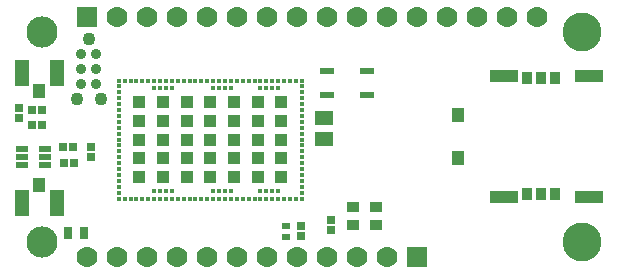
<source format=gts>
G04 #@! TF.GenerationSoftware,KiCad,Pcbnew,(5.1.6)-1*
G04 #@! TF.CreationDate,2021-04-28T16:07:40-06:00*
G04 #@! TF.ProjectId,oasis_iot,6f617369-735f-4696-9f74-2e6b69636164,rev?*
G04 #@! TF.SameCoordinates,Original*
G04 #@! TF.FileFunction,Soldermask,Top*
G04 #@! TF.FilePolarity,Negative*
%FSLAX46Y46*%
G04 Gerber Fmt 4.6, Leading zero omitted, Abs format (unit mm)*
G04 Created by KiCad (PCBNEW (5.1.6)-1) date 2021-04-28 16:07:40*
%MOMM*%
%LPD*%
G01*
G04 APERTURE LIST*
%ADD10R,1.570000X1.260000*%
%ADD11R,1.243000X0.506400*%
%ADD12C,1.091000*%
%ADD13C,0.887000*%
%ADD14R,1.070000X0.490000*%
%ADD15R,0.640000X0.700000*%
%ADD16R,0.700000X0.640000*%
%ADD17C,1.776400*%
%ADD18R,1.776400X1.776400*%
%ADD19C,3.300000*%
%ADD20C,2.640000*%
%ADD21R,0.730000X0.610000*%
%ADD22R,1.030000X0.970000*%
%ADD23R,0.735000X0.735000*%
%ADD24R,1.000000X1.000000*%
%ADD25R,0.450000X0.450000*%
%ADD26R,0.800000X1.000000*%
%ADD27R,1.100000X1.150000*%
%ADD28R,1.150000X2.300000*%
%ADD29R,1.100000X1.200000*%
%ADD30R,0.900000X1.100000*%
%ADD31R,2.400000X1.100000*%
G04 APERTURE END LIST*
D10*
X69253100Y-76637900D03*
X69253100Y-74887900D03*
D11*
X72885000Y-72950000D03*
X69535000Y-72950000D03*
X72885000Y-70850000D03*
X69535000Y-70850000D03*
D12*
X49364900Y-68211700D03*
X50380900Y-73291700D03*
X48348900Y-73291700D03*
D13*
X48729900Y-69481700D03*
X49999900Y-69481700D03*
X48729900Y-70751700D03*
X49999900Y-70751700D03*
X48729900Y-72021700D03*
X49999900Y-72021700D03*
D14*
X43673200Y-78168500D03*
X43673200Y-78818500D03*
X43673200Y-77518500D03*
X45633200Y-78168500D03*
X45633200Y-77518500D03*
X45633200Y-78818500D03*
D15*
X47256500Y-78651100D03*
X48120500Y-78651100D03*
D16*
X43434000Y-74854000D03*
X43434000Y-73990000D03*
D17*
X69490001Y-66315001D03*
X66950001Y-66315001D03*
X72030001Y-66315001D03*
X74570001Y-66315001D03*
X77110001Y-66315001D03*
X64410001Y-66315001D03*
X59330001Y-66315001D03*
X61870001Y-66315001D03*
X79650001Y-66315001D03*
X82190001Y-66315001D03*
X84730001Y-66315001D03*
X56790001Y-66315001D03*
X51710001Y-66315001D03*
X54250001Y-66315001D03*
D18*
X49170001Y-66315001D03*
D17*
X87270001Y-66315001D03*
D19*
X91080001Y-67585001D03*
X91080001Y-85365001D03*
D20*
X45360001Y-67585001D03*
X45360001Y-85365001D03*
D17*
X66950001Y-86635001D03*
X64410001Y-86635001D03*
X61870001Y-86635001D03*
X59330001Y-86635001D03*
X56790001Y-86635001D03*
X54250001Y-86635001D03*
X51710001Y-86635001D03*
X69490001Y-86635001D03*
X72030001Y-86635001D03*
X74570001Y-86635001D03*
D18*
X77110001Y-86635001D03*
D17*
X49170001Y-86635001D03*
D21*
X66040000Y-83995000D03*
X66040000Y-84915000D03*
D22*
X71755000Y-82405000D03*
X71755000Y-83965000D03*
D23*
X69862700Y-83477100D03*
X69862700Y-84366100D03*
D24*
X53639200Y-79895300D03*
X53639200Y-78295300D03*
X53639200Y-76695300D03*
X53639200Y-75095300D03*
X53639200Y-73495300D03*
X55639200Y-79895300D03*
X55639200Y-78295300D03*
X55639200Y-76695300D03*
X55639200Y-75095300D03*
X55639200Y-73495300D03*
X57639200Y-79895300D03*
X57639200Y-78295300D03*
X57639200Y-76695300D03*
X57639200Y-75095300D03*
X57639200Y-73495300D03*
X59639200Y-79895300D03*
X59639200Y-78295300D03*
X59639200Y-76695300D03*
X59639200Y-75095300D03*
X59639200Y-73495300D03*
X61639200Y-79895300D03*
X61639200Y-78295300D03*
X61639200Y-76695300D03*
X61639200Y-75095300D03*
X61639200Y-73495300D03*
X63639200Y-79895300D03*
X63639200Y-78295300D03*
X63639200Y-76695300D03*
X63639200Y-75095300D03*
X63639200Y-73495300D03*
X65639200Y-79895300D03*
X65639200Y-78295300D03*
X65639200Y-76695300D03*
X65639200Y-75095300D03*
D25*
X65389200Y-81045300D03*
X64889200Y-81045300D03*
X64389200Y-81045300D03*
X63889200Y-81045300D03*
X61389200Y-81045300D03*
X60889200Y-81045300D03*
X60389200Y-81045300D03*
X59889200Y-81045300D03*
X56389200Y-81045300D03*
X55889200Y-81045300D03*
X55389200Y-81045300D03*
X54889200Y-81045300D03*
X54889200Y-72345300D03*
X55389200Y-72345300D03*
X55889200Y-72345300D03*
X56389200Y-72345300D03*
X59889200Y-72345300D03*
X60389200Y-72345300D03*
X60889200Y-72345300D03*
X61389200Y-72345300D03*
X63889200Y-72345300D03*
X64389200Y-72345300D03*
X64889200Y-72345300D03*
X65389200Y-72345300D03*
D24*
X65639200Y-73495300D03*
D25*
X66889200Y-81695300D03*
X66389200Y-81695300D03*
X65889200Y-81695300D03*
X65389200Y-81695300D03*
X64889200Y-81695300D03*
X64389200Y-81695300D03*
X63889200Y-81695300D03*
X63389200Y-81695300D03*
X62889200Y-81695300D03*
X62389200Y-81695300D03*
X61889200Y-81695300D03*
X61389200Y-81695300D03*
X60889200Y-81695300D03*
X60389200Y-81695300D03*
X59889200Y-81695300D03*
X59389200Y-81695300D03*
X58889200Y-81695300D03*
X58389200Y-81695300D03*
X57889200Y-81695300D03*
X57389200Y-81695300D03*
X56889200Y-81695300D03*
X56389200Y-81695300D03*
X55889200Y-81695300D03*
X55389200Y-81695300D03*
X54889200Y-81695300D03*
X54389200Y-81695300D03*
X53889200Y-81695300D03*
X53389200Y-81695300D03*
X52889200Y-81695300D03*
X52389200Y-81695300D03*
X51889200Y-81695300D03*
X51889200Y-81195300D03*
X51889200Y-80695300D03*
X51889200Y-80195300D03*
X51889200Y-79695300D03*
X51889200Y-79195300D03*
X51889200Y-78695300D03*
X51889200Y-78195300D03*
X51889200Y-77695300D03*
X51889200Y-77195300D03*
X51889200Y-76695300D03*
X51889200Y-76195300D03*
X51889200Y-75695300D03*
X51889200Y-75195300D03*
X51889200Y-74695300D03*
X51889200Y-74195300D03*
X51889200Y-73695300D03*
X51889200Y-73195300D03*
X51889200Y-72695300D03*
X51889200Y-72195300D03*
X51889200Y-71695300D03*
X52389200Y-71695300D03*
X52889200Y-71695300D03*
X53389200Y-71695300D03*
X53889200Y-71695300D03*
X54389200Y-71695300D03*
X54889200Y-71695300D03*
X55389200Y-71695300D03*
X55889200Y-71695300D03*
X56389200Y-71695300D03*
X56889200Y-71695300D03*
X57389200Y-71695300D03*
X57889200Y-71695300D03*
X58389200Y-71695300D03*
X58889200Y-71695300D03*
X59389200Y-71695300D03*
X59889200Y-71695300D03*
X60389200Y-71695300D03*
X60889200Y-71695300D03*
X61389200Y-71695300D03*
X61889200Y-71695300D03*
X62389200Y-71695300D03*
X62889200Y-71695300D03*
X63389200Y-71695300D03*
X63889200Y-71695300D03*
X64389200Y-71695300D03*
X64889200Y-71695300D03*
X65389200Y-71695300D03*
X65889200Y-71695300D03*
X66389200Y-71695300D03*
X66889200Y-71695300D03*
X67389200Y-71695300D03*
X67389200Y-72195300D03*
X67389200Y-72695300D03*
X67389200Y-73195300D03*
X67389200Y-73695300D03*
X67389200Y-74195300D03*
X67389200Y-74695300D03*
X67389200Y-75195300D03*
X67389200Y-75695300D03*
X67389200Y-76195300D03*
X67389200Y-76695300D03*
X67389200Y-77195300D03*
X67389200Y-77695300D03*
X67389200Y-78195300D03*
X67389200Y-78695300D03*
X67389200Y-79195300D03*
X67389200Y-79695300D03*
X67389200Y-80195300D03*
X67389200Y-80695300D03*
X67389200Y-81195300D03*
X67389200Y-81695300D03*
D26*
X48922700Y-84645500D03*
X47622700Y-84645500D03*
D16*
X67310000Y-84887000D03*
X67310000Y-84023000D03*
D27*
X45173900Y-80529700D03*
D28*
X43698900Y-82054700D03*
X46648900Y-82054700D03*
D29*
X80593000Y-74595900D03*
X80593000Y-78235900D03*
D30*
X86468000Y-81315900D03*
X87668000Y-81315900D03*
X86468000Y-71515900D03*
X87668000Y-71515900D03*
X88868000Y-71515900D03*
X88868000Y-81315900D03*
D31*
X91718000Y-71315900D03*
X84518000Y-71315900D03*
X84518000Y-81515900D03*
X91718000Y-81515900D03*
D27*
X45161200Y-72606900D03*
D28*
X46636200Y-71081900D03*
X43686200Y-71081900D03*
D15*
X47180500Y-77330300D03*
X48040500Y-77330300D03*
D16*
X49530000Y-78155800D03*
X49530000Y-77295800D03*
D15*
X44528000Y-74168000D03*
X45388000Y-74168000D03*
X45388000Y-75438000D03*
X44528000Y-75438000D03*
D22*
X73660000Y-82405000D03*
X73660000Y-83965000D03*
M02*

</source>
